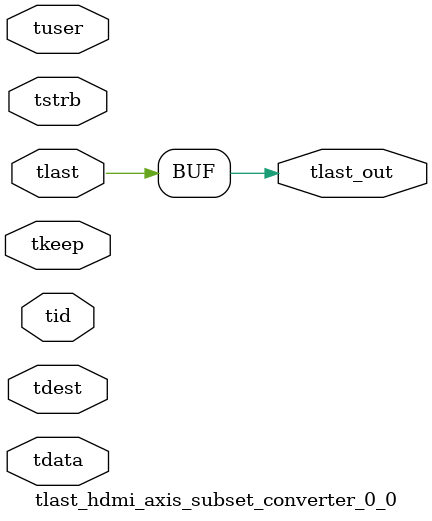
<source format=v>


`timescale 1ps/1ps

module tlast_hdmi_axis_subset_converter_0_0 #
(
parameter C_S_AXIS_TID_WIDTH   = 1,
parameter C_S_AXIS_TUSER_WIDTH = 0,
parameter C_S_AXIS_TDATA_WIDTH = 0,
parameter C_S_AXIS_TDEST_WIDTH = 0
)
(
input  [(C_S_AXIS_TID_WIDTH   == 0 ? 1 : C_S_AXIS_TID_WIDTH)-1:0       ] tid,
input  [(C_S_AXIS_TDATA_WIDTH == 0 ? 1 : C_S_AXIS_TDATA_WIDTH)-1:0     ] tdata,
input  [(C_S_AXIS_TUSER_WIDTH == 0 ? 1 : C_S_AXIS_TUSER_WIDTH)-1:0     ] tuser,
input  [(C_S_AXIS_TDEST_WIDTH == 0 ? 1 : C_S_AXIS_TDEST_WIDTH)-1:0     ] tdest,
input  [(C_S_AXIS_TDATA_WIDTH/8)-1:0 ] tkeep,
input  [(C_S_AXIS_TDATA_WIDTH/8)-1:0 ] tstrb,
input  [0:0]                                                             tlast,
output                                                                   tlast_out
);

assign tlast_out = {tlast};

endmodule


</source>
